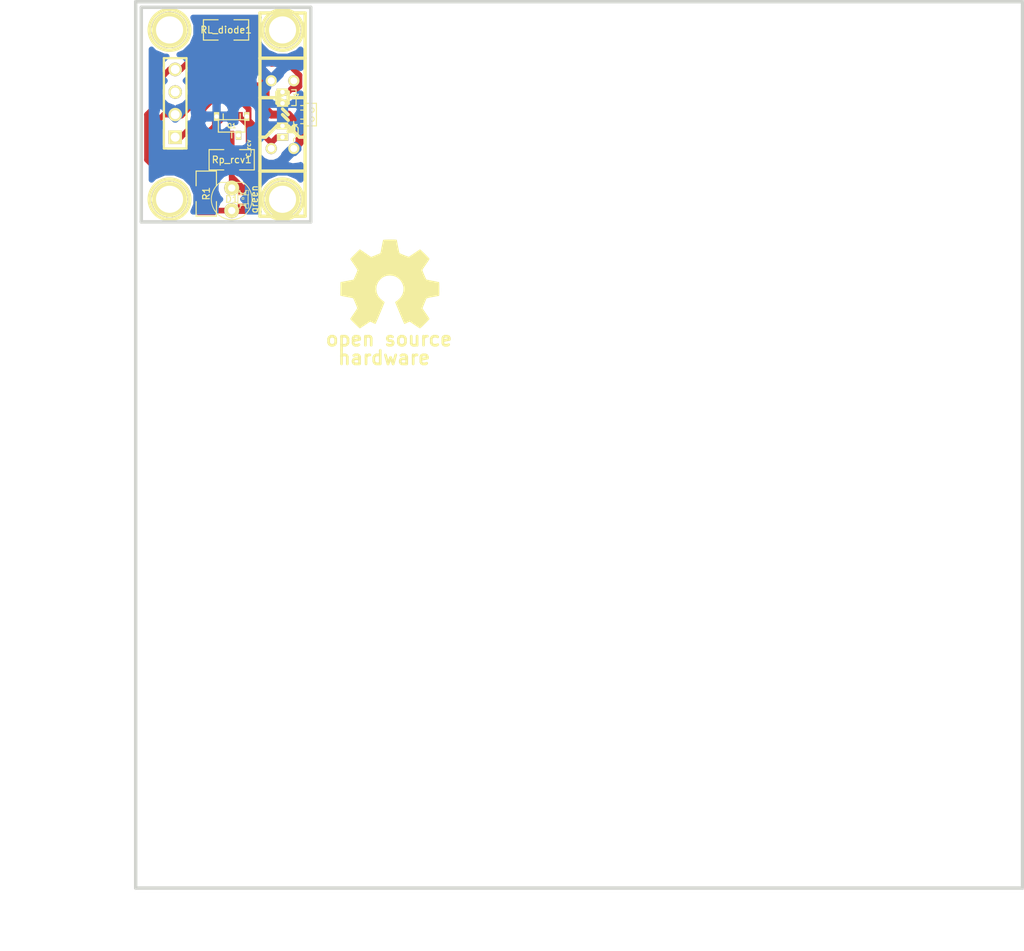
<source format=kicad_pcb>
(kicad_pcb (version 3) (host pcbnew "(2013-05-16 BZR 4016)-stable")

  (general
    (links 21)
    (no_connects 2)
    (area 56.388 53.436334 171.640501 163.2712)
    (thickness 1.6)
    (drawings 14)
    (tracks 92)
    (zones 0)
    (modules 13)
    (nets 7)
  )

  (page A4)
  (title_block 
    (title XpressoSmoothie)
  )

  (layers
    (15 F.Cu signal)
    (0 B.Cu signal)
    (16 B.Adhes user)
    (17 F.Adhes user)
    (18 B.Paste user)
    (19 F.Paste user)
    (20 B.SilkS user)
    (21 F.SilkS user)
    (22 B.Mask user)
    (23 F.Mask user)
    (24 Dwgs.User user)
    (25 Cmts.User user)
    (26 Eco1.User user)
    (27 Eco2.User user)
    (28 Edge.Cuts user)
  )

  (setup
    (last_trace_width 0.635)
    (user_trace_width 0.35)
    (user_trace_width 0.889)
    (user_trace_width 1.27)
    (user_trace_width 1.5)
    (user_trace_width 2)
    (user_trace_width 2.54)
    (user_trace_width 3)
    (user_trace_width 3.81)
    (trace_clearance 0.2)
    (zone_clearance 0.635)
    (zone_45_only yes)
    (trace_min 0.35)
    (segment_width 0.381)
    (edge_width 0.381)
    (via_size 1.27)
    (via_drill 0.635)
    (via_min_size 0.889)
    (via_min_drill 0.508)
    (uvia_size 0.635)
    (uvia_drill 0.127)
    (uvias_allowed no)
    (uvia_min_size 0.508)
    (uvia_min_drill 0.127)
    (pcb_text_width 0.3048)
    (pcb_text_size 1.524 2.032)
    (mod_edge_width 0.1)
    (mod_text_size 1.524 1.524)
    (mod_text_width 0.3048)
    (pad_size 0.59944 1.00076)
    (pad_drill 0.5)
    (pad_to_mask_clearance 0.254)
    (aux_axis_origin 0 0)
    (visible_elements 7FFFFB3F)
    (pcbplotparams
      (layerselection 15761409)
      (usegerberextensions true)
      (excludeedgelayer true)
      (linewidth 0.150000)
      (plotframeref false)
      (viasonmask false)
      (mode 1)
      (useauxorigin false)
      (hpglpennumber 1)
      (hpglpenspeed 20)
      (hpglpendiameter 15)
      (hpglpenoverlay 2)
      (psnegative false)
      (psa4output false)
      (plotreference true)
      (plotvalue true)
      (plotothertext true)
      (plotinvisibletext false)
      (padsonsilk false)
      (subtractmaskfromsilk false)
      (outputformat 1)
      (mirror false)
      (drillshape 0)
      (scaleselection 1)
      (outputdirectory ""))
  )

  (net 0 "")
  (net 1 3.3V)
  (net 2 GND)
  (net 3 N-000001)
  (net 4 N-000002)
  (net 5 N-000005)
  (net 6 Signal1)

  (net_class Default "This is the default net class."
    (clearance 0.2)
    (trace_width 0.635)
    (via_dia 1.27)
    (via_drill 0.635)
    (uvia_dia 0.635)
    (uvia_drill 0.127)
    (add_net "")
    (add_net 3.3V)
    (add_net GND)
    (add_net N-000001)
    (add_net N-000002)
    (add_net N-000005)
    (add_net Signal1)
  )

  (module 1pin (layer F.Cu) (tedit 519F9223) (tstamp 5197EC5A)
    (at 75.565 57.15 270)
    (descr "module 1 pin (ou trou mecanique de percage)")
    (tags DEV)
    (path /5197EDF9)
    (fp_text reference Hole1 (at 0 -3.048 360) (layer F.SilkS) hide
      (effects (font (size 1.016 1.016) (thickness 0.254)))
    )
    (fp_text value CONN_1 (at 0 2.794 270) (layer F.SilkS) hide
      (effects (font (size 1.016 1.016) (thickness 0.254)))
    )
    (fp_circle (center 0 0) (end 0 -2.286) (layer F.SilkS) (width 0.381))
    (pad 1 thru_hole circle (at 0 0 270) (size 4.064 4.064) (drill 3.048)
      (layers *.Cu *.Mask F.SilkS)
    )
  )

  (module 1pin (layer F.Cu) (tedit 519F9216) (tstamp 51AC7C50)
    (at 88.265 57.15 270)
    (descr "module 1 pin (ou trou mecanique de percage)")
    (tags DEV)
    (path /5197EE17)
    (fp_text reference Hole2 (at 0 -3.048 270) (layer F.SilkS) hide
      (effects (font (size 1.016 1.016) (thickness 0.254)))
    )
    (fp_text value CONN_1 (at 0 2.794 270) (layer F.SilkS) hide
      (effects (font (size 1.016 1.016) (thickness 0.254)))
    )
    (fp_circle (center 0 0) (end 0 -2.286) (layer F.SilkS) (width 0.381))
    (pad 1 thru_hole circle (at 0 0 270) (size 4.064 4.064) (drill 3.048)
      (layers *.Cu *.Mask F.SilkS)
    )
  )

  (module 1pin (layer F.Cu) (tedit 519F9209) (tstamp 5197EC66)
    (at 88.265 76.2 270)
    (descr "module 1 pin (ou trou mecanique de percage)")
    (tags DEV)
    (path /5197EE1D)
    (fp_text reference Hole3 (at 0 -3.048 270) (layer F.SilkS) hide
      (effects (font (size 1.016 1.016) (thickness 0.254)))
    )
    (fp_text value CONN_1 (at 0 2.794 270) (layer F.SilkS) hide
      (effects (font (size 1.016 1.016) (thickness 0.254)))
    )
    (fp_circle (center 0 0) (end 0 -2.286) (layer F.SilkS) (width 0.381))
    (pad 1 thru_hole circle (at 0 0 270) (size 4.064 4.064) (drill 3.048)
      (layers *.Cu *.Mask F.SilkS)
    )
  )

  (module 1pin (layer F.Cu) (tedit 519F922A) (tstamp 5197EC6C)
    (at 75.565 76.2 270)
    (descr "module 1 pin (ou trou mecanique de percage)")
    (tags DEV)
    (path /5197EE23)
    (fp_text reference Hole4 (at 0 -3.048 270) (layer F.SilkS) hide
      (effects (font (size 1.016 1.016) (thickness 0.254)))
    )
    (fp_text value CONN_1 (at 0 2.794 270) (layer F.SilkS) hide
      (effects (font (size 1.016 1.016) (thickness 0.254)))
    )
    (fp_circle (center 0 0) (end 0 -2.286) (layer F.SilkS) (width 0.381))
    (pad 1 thru_hole circle (at 0 0 270) (size 4.064 4.064) (drill 3.048)
      (layers *.Cu *.Mask F.SilkS)
    )
  )

  (module OSHW_logo_2 (layer F.Cu) (tedit 4FB9109F) (tstamp 51AD3EE4)
    (at 100.33 85.725)
    (path /519E49E2)
    (fp_text reference M2 (at 0 5.90296) (layer F.SilkS) hide
      (effects (font (size 0.508 0.508) (thickness 0.1016)))
    )
    (fp_text value LOGO_OSHW (at 0 -5.90296) (layer F.SilkS) hide
      (effects (font (size 0.508 0.508) (thickness 0.1016)))
    )
    (fp_text user hardware (at -0.64516 8.30072) (layer F.SilkS)
      (effects (font (size 1.524 1.524) (thickness 0.3048)))
    )
    (fp_text user "open source" (at -0.09906 6.20014) (layer F.SilkS)
      (effects (font (size 1.524 1.524) (thickness 0.3048)))
    )
    (fp_poly (pts (xy -3.37312 4.99872) (xy -3.3147 4.96824) (xy -3.18516 4.88696) (xy -2.99974 4.76504)
      (xy -2.77876 4.61772) (xy -2.55778 4.46786) (xy -2.37744 4.34594) (xy -2.25044 4.26466)
      (xy -2.1971 4.23672) (xy -2.16916 4.24688) (xy -2.06502 4.29768) (xy -1.91262 4.37642)
      (xy -1.82372 4.42214) (xy -1.68402 4.48056) (xy -1.61544 4.49326) (xy -1.60274 4.47548)
      (xy -1.55194 4.3688) (xy -1.4732 4.18592) (xy -1.36652 3.94462) (xy -1.24714 3.66268)
      (xy -1.1176 3.35788) (xy -0.98806 3.048) (xy -0.86614 2.75082) (xy -0.75692 2.48412)
      (xy -0.67056 2.26822) (xy -0.61214 2.11836) (xy -0.59182 2.05232) (xy -0.5969 2.03962)
      (xy -0.66802 1.97104) (xy -0.78994 1.8796) (xy -1.05156 1.66624) (xy -1.31318 1.34112)
      (xy -1.47066 0.97282) (xy -1.524 0.56388) (xy -1.47828 0.18288) (xy -1.32842 -0.18288)
      (xy -1.07442 -0.51054) (xy -0.76708 -0.75438) (xy -0.4064 -0.90932) (xy 0 -0.95758)
      (xy 0.38862 -0.9144) (xy 0.75946 -0.76708) (xy 1.08966 -0.51816) (xy 1.22682 -0.35814)
      (xy 1.41732 -0.0254) (xy 1.52654 0.3302) (xy 1.53924 0.42164) (xy 1.52146 0.8128)
      (xy 1.40716 1.18618) (xy 1.20142 1.52146) (xy 0.9144 1.79578) (xy 0.87884 1.82372)
      (xy 0.74422 1.92278) (xy 0.65532 1.99136) (xy 0.58674 2.04724) (xy 1.08458 3.24612)
      (xy 1.16332 3.43662) (xy 1.30048 3.76428) (xy 1.41986 4.04622) (xy 1.51638 4.26974)
      (xy 1.58242 4.4196) (xy 1.6129 4.48056) (xy 1.61544 4.4831) (xy 1.65862 4.49072)
      (xy 1.75006 4.4577) (xy 1.9177 4.37642) (xy 2.02946 4.32054) (xy 2.15646 4.25958)
      (xy 2.21234 4.23672) (xy 2.2606 4.26212) (xy 2.38252 4.34086) (xy 2.56032 4.46024)
      (xy 2.77622 4.60756) (xy 2.97942 4.74472) (xy 3.16738 4.86918) (xy 3.30454 4.95554)
      (xy 3.37058 4.9911) (xy 3.38074 4.9911) (xy 3.43916 4.95808) (xy 3.54584 4.86918)
      (xy 3.71094 4.71424) (xy 3.94208 4.48564) (xy 3.97764 4.45262) (xy 4.1656 4.25958)
      (xy 4.32054 4.09702) (xy 4.42468 3.98272) (xy 4.46024 3.92938) (xy 4.46024 3.92938)
      (xy 4.42722 3.86334) (xy 4.34086 3.72872) (xy 4.2164 3.53822) (xy 4.064 3.3147)
      (xy 3.66776 2.73812) (xy 3.8862 2.19456) (xy 3.95224 2.02946) (xy 4.0386 1.82626)
      (xy 4.1021 1.68148) (xy 4.13258 1.61798) (xy 4.19354 1.59766) (xy 4.34086 1.5621)
      (xy 4.55676 1.51638) (xy 4.81584 1.46812) (xy 5.05968 1.42494) (xy 5.28066 1.38176)
      (xy 5.44322 1.35128) (xy 5.51434 1.33604) (xy 5.53212 1.32588) (xy 5.54482 1.29286)
      (xy 5.55498 1.21666) (xy 5.56006 1.08204) (xy 5.5626 0.86868) (xy 5.5626 0.56388)
      (xy 5.5626 0.53086) (xy 5.56006 0.23622) (xy 5.55498 0.00508) (xy 5.54736 -0.14986)
      (xy 5.5372 -0.20828) (xy 5.5372 -0.21082) (xy 5.46862 -0.22606) (xy 5.31114 -0.25908)
      (xy 5.09016 -0.30226) (xy 4.826 -0.35306) (xy 4.80822 -0.3556) (xy 4.5466 -0.4064)
      (xy 4.32562 -0.45212) (xy 4.17068 -0.48768) (xy 4.10464 -0.508) (xy 4.09194 -0.52832)
      (xy 4.0386 -0.62992) (xy 3.9624 -0.79248) (xy 3.87604 -0.99314) (xy 3.78968 -1.19888)
      (xy 3.71602 -1.3843) (xy 3.66522 -1.524) (xy 3.64998 -1.5875) (xy 3.65252 -1.5875)
      (xy 3.69062 -1.651) (xy 3.78206 -1.78816) (xy 3.90906 -1.97866) (xy 4.064 -2.20218)
      (xy 4.07416 -2.21742) (xy 4.22656 -2.44094) (xy 4.34848 -2.6289) (xy 4.42976 -2.76352)
      (xy 4.46024 -2.82448) (xy 4.46024 -2.82702) (xy 4.40944 -2.89306) (xy 4.29768 -3.02006)
      (xy 4.13512 -3.19024) (xy 3.93954 -3.38582) (xy 3.87858 -3.44678) (xy 3.66268 -3.6576)
      (xy 3.51028 -3.7973) (xy 3.41884 -3.87096) (xy 3.37312 -3.8862) (xy 3.37058 -3.8862)
      (xy 3.30454 -3.84556) (xy 3.16484 -3.75412) (xy 2.97434 -3.62458) (xy 2.74828 -3.46964)
      (xy 2.73304 -3.45948) (xy 2.50952 -3.30962) (xy 2.3241 -3.18262) (xy 2.19202 -3.09626)
      (xy 2.13614 -3.0607) (xy 2.12598 -3.0607) (xy 2.03454 -3.08864) (xy 1.87706 -3.14452)
      (xy 1.68148 -3.21818) (xy 1.47574 -3.302) (xy 1.29032 -3.38074) (xy 1.14808 -3.44424)
      (xy 1.08204 -3.48234) (xy 1.08204 -3.48488) (xy 1.05664 -3.56362) (xy 1.01854 -3.73126)
      (xy 0.97282 -3.95986) (xy 0.91948 -4.23164) (xy 0.91186 -4.27736) (xy 0.86106 -4.54152)
      (xy 0.81788 -4.75996) (xy 0.7874 -4.91236) (xy 0.77216 -4.97332) (xy 0.73406 -4.98348)
      (xy 0.60452 -4.99364) (xy 0.4064 -4.99872) (xy 0.16764 -5.00126) (xy -0.08382 -4.99872)
      (xy -0.3302 -4.99364) (xy -0.54102 -4.98602) (xy -0.69088 -4.97586) (xy -0.75184 -4.96316)
      (xy -0.75438 -4.96062) (xy -0.77724 -4.8768) (xy -0.81534 -4.7117) (xy -0.86106 -4.48056)
      (xy -0.9144 -4.20624) (xy -0.92456 -4.15798) (xy -0.97282 -3.89382) (xy -1.01854 -3.67792)
      (xy -1.04902 -3.52806) (xy -1.0668 -3.46964) (xy -1.08966 -3.45694) (xy -1.19888 -3.40868)
      (xy -1.37668 -3.33502) (xy -1.59512 -3.24612) (xy -2.10566 -3.04038) (xy -2.7305 -3.46964)
      (xy -2.78892 -3.50774) (xy -3.01244 -3.66014) (xy -3.19786 -3.7846) (xy -3.32486 -3.86588)
      (xy -3.3782 -3.89636) (xy -3.38328 -3.89382) (xy -3.44424 -3.84048) (xy -3.5687 -3.72364)
      (xy -3.73888 -3.55854) (xy -3.93446 -3.36296) (xy -4.07924 -3.21818) (xy -4.25196 -3.04292)
      (xy -4.36118 -2.92608) (xy -4.4196 -2.84988) (xy -4.44246 -2.80416) (xy -4.43738 -2.77368)
      (xy -4.39674 -2.71018) (xy -4.3053 -2.57302) (xy -4.17576 -2.38252) (xy -4.02336 -2.16154)
      (xy -3.8989 -1.97866) (xy -3.76428 -1.76784) (xy -3.67538 -1.61798) (xy -3.6449 -1.54432)
      (xy -3.65252 -1.51384) (xy -3.6957 -1.39192) (xy -3.76936 -1.2065) (xy -3.86334 -0.98806)
      (xy -4.08178 -0.49276) (xy -4.40436 -0.42926) (xy -4.60248 -0.3937) (xy -4.8768 -0.34036)
      (xy -5.13842 -0.28956) (xy -5.5499 -0.21082) (xy -5.56514 1.29794) (xy -5.50164 1.32588)
      (xy -5.44068 1.34112) (xy -5.28828 1.37668) (xy -5.06984 1.41986) (xy -4.81584 1.46812)
      (xy -4.5974 1.50876) (xy -4.37642 1.5494) (xy -4.21894 1.57988) (xy -4.14782 1.59512)
      (xy -4.13004 1.61798) (xy -4.0767 1.72466) (xy -3.99796 1.89484) (xy -3.9116 2.09804)
      (xy -3.8227 2.30886) (xy -3.7465 2.50444) (xy -3.69062 2.65176) (xy -3.6703 2.7305)
      (xy -3.70078 2.78638) (xy -3.7846 2.91592) (xy -3.90652 3.10134) (xy -4.05384 3.31978)
      (xy -4.2037 3.53822) (xy -4.3307 3.72364) (xy -4.41706 3.85826) (xy -4.45516 3.91922)
      (xy -4.43738 3.9624) (xy -4.34848 4.06654) (xy -4.18338 4.23926) (xy -3.93954 4.48056)
      (xy -3.8989 4.51866) (xy -3.70332 4.70662) (xy -3.53822 4.85902) (xy -3.42392 4.96062)
      (xy -3.37312 4.99872)) (layer F.SilkS) (width 0.00254))
  )

  (module TCST1103-2103 (layer F.Cu) (tedit 51AD151E) (tstamp 51AC7C7D)
    (at 88.265 66.675 270)
    (descr Optoendstops)
    (path /51AC7546)
    (fp_text reference IC1 (at 0 -5.08 270) (layer F.SilkS) hide
      (effects (font (size 1.524 1.524) (thickness 0.3048)))
    )
    (fp_text value TCST1103 (at 0 6.35 270) (layer F.SilkS) hide
      (effects (font (size 1.524 1.524) (thickness 0.3048)))
    )
    (fp_line (start 2.54 -1.905) (end 2.54 -2.54) (layer F.SilkS) (width 0.381))
    (fp_line (start 1.905 -1.27) (end 1.27 -1.27) (layer F.SilkS) (width 0.381))
    (fp_line (start 1.27 -1.27) (end 1.905 -0.635) (layer F.SilkS) (width 0.381))
    (fp_line (start 1.905 -0.635) (end 1.905 -1.27) (layer F.SilkS) (width 0.381))
    (fp_line (start 0 0) (end 0.635 -0.635) (layer F.SilkS) (width 0.381))
    (fp_line (start -0.635 0) (end 0 -0.635) (layer F.SilkS) (width 0.381))
    (fp_line (start -2.54 0.635) (end -1.27 0.635) (layer F.SilkS) (width 0.381))
    (fp_line (start -1.905 -2.54) (end -1.905 -1.27) (layer F.SilkS) (width 0.381))
    (fp_line (start -1.905 -1.27) (end -1.905 -0.635) (layer F.SilkS) (width 0.381))
    (fp_line (start -1.905 -0.635) (end -2.54 -0.635) (layer F.SilkS) (width 0.381))
    (fp_line (start -2.54 -0.635) (end -1.27 -0.635) (layer F.SilkS) (width 0.381))
    (fp_line (start -1.27 -0.635) (end -1.905 0.635) (layer F.SilkS) (width 0.381))
    (fp_line (start -1.905 0.635) (end -2.54 -0.635) (layer F.SilkS) (width 0.381))
    (fp_line (start -2.54 -0.635) (end -1.905 0.635) (layer F.SilkS) (width 0.381))
    (fp_line (start -1.905 0.635) (end -1.905 2.54) (layer F.SilkS) (width 0.381))
    (fp_line (start 2.54 2.54) (end 2.54 1.905) (layer F.SilkS) (width 0.381))
    (fp_line (start 2.54 1.905) (end 1.905 1.27) (layer F.SilkS) (width 0.381))
    (fp_line (start 1.905 1.27) (end 1.27 0.635) (layer F.SilkS) (width 0.381))
    (fp_line (start 1.27 0.635) (end 1.27 -0.635) (layer F.SilkS) (width 0.381))
    (fp_line (start 1.27 -0.635) (end 2.54 -1.905) (layer F.SilkS) (width 0.381))
    (fp_line (start 6.35 -2.54) (end 11.43 -2.54) (layer F.SilkS) (width 0.381))
    (fp_line (start 11.43 -2.54) (end 11.43 2.54) (layer F.SilkS) (width 0.381))
    (fp_line (start 11.43 2.54) (end 6.35 2.54) (layer F.SilkS) (width 0.381))
    (fp_line (start -11.43 -2.54) (end -6.35 -2.54) (layer F.SilkS) (width 0.381))
    (fp_line (start -11.43 -2.54) (end -11.43 2.54) (layer F.SilkS) (width 0.381))
    (fp_line (start -11.43 2.54) (end -6.35 2.54) (layer F.SilkS) (width 0.381))
    (fp_circle (center -9.525 0) (end -9.525 1.27) (layer F.SilkS) (width 0.381))
    (fp_circle (center 9.525 0) (end 9.525 1.27) (layer F.SilkS) (width 0.381))
    (fp_line (start -6.35 -2.54) (end 6.35 -2.54) (layer F.SilkS) (width 0.381))
    (fp_line (start 6.35 -2.54) (end 6.35 2.54) (layer F.SilkS) (width 0.381))
    (fp_line (start 6.35 2.54) (end -6.35 2.54) (layer F.SilkS) (width 0.381))
    (fp_line (start -6.35 2.54) (end -6.35 -2.54) (layer F.SilkS) (width 0.381))
    (fp_text user A-diode (at -3.81 -3.81 270) (layer F.SilkS) hide
      (effects (font (size 0.50038 0.50038) (thickness 0.09906)))
    )
    (fp_text user K_diode (at -3.81 3.81 270) (layer F.SilkS) hide
      (effects (font (size 0.50038 0.50038) (thickness 0.09906)))
    )
    (fp_text user E_rcv (at 3.81 -3.81 270) (layer F.SilkS) hide
      (effects (font (size 0.50038 0.50038) (thickness 0.09906)))
    )
    (fp_text user C_rcv (at 3.81 3.81 270) (layer F.SilkS)
      (effects (font (size 0.50038 0.50038) (thickness 0.09906)))
    )
    (pad E/D thru_hole circle (at 3.81 -1.27 270) (size 1.27 1.27) (drill 0.8)
      (layers *.Cu *.Mask F.SilkS)
      (net 2 GND)
    )
    (pad C/+ thru_hole circle (at 3.81 1.27 270) (size 1.27 1.27) (drill 0.8)
      (layers *.Cu *.Mask F.SilkS)
      (net 6 Signal1)
    )
    (pad K/E thru_hole circle (at -3.81 1.27 270) (size 1.27 1.27) (drill 0.8)
      (layers *.Cu *.Mask F.SilkS)
      (net 2 GND)
    )
    (pad A/+ thru_hole circle (at -3.81 -1.27 270) (size 1.27 1.27) (drill 0.8)
      (layers *.Cu *.Mask F.SilkS)
      (net 5 N-000005)
    )
  )

  (module PIN_ARRAY_4x1 (layer F.Cu) (tedit 51AD35E6) (tstamp 51AD3D8B)
    (at 76.2 65.405 90)
    (descr "Double rangee de contacts 2 x 5 pins")
    (tags CONN)
    (path /51A99107)
    (fp_text reference J1 (at 0 -2.54 90) (layer F.SilkS) hide
      (effects (font (size 1.016 1.016) (thickness 0.2032)))
    )
    (fp_text value HEADER_4 (at 0 2.54 90) (layer F.SilkS) hide
      (effects (font (size 1.016 1.016) (thickness 0.2032)))
    )
    (fp_line (start 5.08 1.27) (end -5.08 1.27) (layer F.SilkS) (width 0.254))
    (fp_line (start 5.08 -1.27) (end -5.08 -1.27) (layer F.SilkS) (width 0.254))
    (fp_line (start -5.08 -1.27) (end -5.08 1.27) (layer F.SilkS) (width 0.254))
    (fp_line (start 5.08 1.27) (end 5.08 -1.27) (layer F.SilkS) (width 0.254))
    (pad 1 thru_hole rect (at -3.81 0 90) (size 1.524 1.524) (drill 1.016)
      (layers *.Cu *.Mask F.SilkS)
      (net 6 Signal1)
    )
    (pad 2 thru_hole circle (at -1.27 0 90) (size 1.524 1.524) (drill 1.016)
      (layers *.Cu *.Mask F.SilkS)
      (net 2 GND)
    )
    (pad 3 thru_hole circle (at 1.27 0 90) (size 1.524 1.524) (drill 1.016)
      (layers *.Cu *.Mask F.SilkS)
    )
    (pad 4 thru_hole circle (at 3.81 0 90) (size 1.524 1.524) (drill 1.016)
      (layers *.Cu *.Mask F.SilkS)
      (net 1 3.3V)
    )
    (model pin_array\pins_array_4x1.wrl
      (at (xyz 0 0 0))
      (scale (xyz 1 1 1))
      (rotate (xyz 0 0 0))
    )
  )

  (module SM1206 (layer F.Cu) (tedit 42806E24) (tstamp 51AC7B85)
    (at 81.915 57.15 180)
    (path /51A99778)
    (attr smd)
    (fp_text reference RL_diode1 (at 0 0 180) (layer F.SilkS)
      (effects (font (size 0.762 0.762) (thickness 0.127)))
    )
    (fp_text value 68 (at 0 0 180) (layer F.SilkS) hide
      (effects (font (size 0.762 0.762) (thickness 0.127)))
    )
    (fp_line (start -2.54 -1.143) (end -2.54 1.143) (layer F.SilkS) (width 0.127))
    (fp_line (start -2.54 1.143) (end -0.889 1.143) (layer F.SilkS) (width 0.127))
    (fp_line (start 0.889 -1.143) (end 2.54 -1.143) (layer F.SilkS) (width 0.127))
    (fp_line (start 2.54 -1.143) (end 2.54 1.143) (layer F.SilkS) (width 0.127))
    (fp_line (start 2.54 1.143) (end 0.889 1.143) (layer F.SilkS) (width 0.127))
    (fp_line (start -0.889 -1.143) (end -2.54 -1.143) (layer F.SilkS) (width 0.127))
    (pad 1 smd rect (at -1.651 0 180) (size 1.524 2.032)
      (layers F.Cu F.Paste F.Mask)
      (net 5 N-000005)
    )
    (pad 2 smd rect (at 1.651 0 180) (size 1.524 2.032)
      (layers F.Cu F.Paste F.Mask)
      (net 1 3.3V)
    )
    (model smd/chip_cms.wrl
      (at (xyz 0 0 0))
      (scale (xyz 0.17 0.16 0.16))
      (rotate (xyz 0 0 0))
    )
  )

  (module SM1206 (layer F.Cu) (tedit 42806E24) (tstamp 51AC7B92)
    (at 82.55 71.755)
    (path /51A99788)
    (attr smd)
    (fp_text reference Rp_rcv1 (at 0 0) (layer F.SilkS)
      (effects (font (size 0.762 0.762) (thickness 0.127)))
    )
    (fp_text value 1k5 (at 0 0) (layer F.SilkS) hide
      (effects (font (size 0.762 0.762) (thickness 0.127)))
    )
    (fp_line (start -2.54 -1.143) (end -2.54 1.143) (layer F.SilkS) (width 0.127))
    (fp_line (start -2.54 1.143) (end -0.889 1.143) (layer F.SilkS) (width 0.127))
    (fp_line (start 0.889 -1.143) (end 2.54 -1.143) (layer F.SilkS) (width 0.127))
    (fp_line (start 2.54 -1.143) (end 2.54 1.143) (layer F.SilkS) (width 0.127))
    (fp_line (start 2.54 1.143) (end 0.889 1.143) (layer F.SilkS) (width 0.127))
    (fp_line (start -0.889 -1.143) (end -2.54 -1.143) (layer F.SilkS) (width 0.127))
    (pad 1 smd rect (at -1.651 0) (size 1.524 2.032)
      (layers F.Cu F.Paste F.Mask)
      (net 1 3.3V)
    )
    (pad 2 smd rect (at 1.651 0) (size 1.524 2.032)
      (layers F.Cu F.Paste F.Mask)
      (net 6 Signal1)
    )
    (model smd/chip_cms.wrl
      (at (xyz 0 0 0))
      (scale (xyz 0.17 0.16 0.16))
      (rotate (xyz 0 0 0))
    )
  )

  (module SM1206 (layer F.Cu) (tedit 42806E24) (tstamp 51AC7B9F)
    (at 79.6925 75.565 90)
    (path /51A9CCEC)
    (attr smd)
    (fp_text reference R1 (at 0 0 90) (layer F.SilkS)
      (effects (font (size 0.762 0.762) (thickness 0.127)))
    )
    (fp_text value 150 (at 0 0 90) (layer F.SilkS) hide
      (effects (font (size 0.762 0.762) (thickness 0.127)))
    )
    (fp_line (start -2.54 -1.143) (end -2.54 1.143) (layer F.SilkS) (width 0.127))
    (fp_line (start -2.54 1.143) (end -0.889 1.143) (layer F.SilkS) (width 0.127))
    (fp_line (start 0.889 -1.143) (end 2.54 -1.143) (layer F.SilkS) (width 0.127))
    (fp_line (start 2.54 -1.143) (end 2.54 1.143) (layer F.SilkS) (width 0.127))
    (fp_line (start 2.54 1.143) (end 0.889 1.143) (layer F.SilkS) (width 0.127))
    (fp_line (start -0.889 -1.143) (end -2.54 -1.143) (layer F.SilkS) (width 0.127))
    (pad 1 smd rect (at -1.651 0 90) (size 1.524 2.032)
      (layers F.Cu F.Paste F.Mask)
      (net 3 N-000001)
    )
    (pad 2 smd rect (at 1.651 0 90) (size 1.524 2.032)
      (layers F.Cu F.Paste F.Mask)
      (net 1 3.3V)
    )
    (model smd/chip_cms.wrl
      (at (xyz 0 0 0))
      (scale (xyz 0.17 0.16 0.16))
      (rotate (xyz 0 0 0))
    )
  )

  (module TCRT1000 (layer F.Cu) (tedit 51AD1536) (tstamp 51AC920B)
    (at 88.265 66.675 270)
    (descr Optoendstops)
    (path /51AC90A6)
    (fp_text reference IC11 (at 0 -3.81 270) (layer F.SilkS) hide
      (effects (font (size 1.524 1.524) (thickness 0.3048)))
    )
    (fp_text value TCST1103 (at 0 3.81 270) (layer F.SilkS) hide
      (effects (font (size 1.524 1.524) (thickness 0.3048)))
    )
    (fp_circle (center 0.508 -3.302) (end 0.508 -3.048) (layer F.SilkS) (width 0.127))
    (fp_circle (center -0.508 -3.302) (end -0.508 -3.048) (layer F.SilkS) (width 0.127))
    (fp_line (start 0.508 -2.54) (end 0.508 -2.032) (layer F.SilkS) (width 0.127))
    (fp_line (start 1.016 -2.54) (end 1.016 -2.032) (layer F.SilkS) (width 0.127))
    (fp_line (start -0.508 -2.54) (end -0.508 -2.032) (layer F.SilkS) (width 0.127))
    (fp_line (start -1.016 -2.54) (end -1.016 -2.032) (layer F.SilkS) (width 0.127))
    (fp_line (start -1.27 -2.54) (end -1.27 -3.81) (layer F.SilkS) (width 0.127))
    (fp_line (start -1.27 -3.81) (end 1.27 -3.81) (layer F.SilkS) (width 0.127))
    (fp_line (start 1.27 -3.81) (end 1.27 -2.54) (layer F.SilkS) (width 0.127))
    (fp_line (start 1.27 -2.54) (end -1.27 -2.54) (layer F.SilkS) (width 0.127))
    (fp_line (start 1.125 -1.625) (end 1.375 -1.375) (layer F.SilkS) (width 0.127))
    (fp_line (start 1.375 -1.375) (end 1.125 -1.375) (layer F.SilkS) (width 0.127))
    (fp_line (start 1.125 -1.375) (end 1.125 -1.625) (layer F.SilkS) (width 0.127))
    (fp_line (start 2.75 -1.25) (end 3 -1.25) (layer F.SilkS) (width 0.127))
    (fp_line (start 1 -1.25) (end 0.75 -1.25) (layer F.SilkS) (width 0.127))
    (fp_line (start 2.75 -1.25) (end 2.25 -1.75) (layer F.SilkS) (width 0.127))
    (fp_line (start 2.25 -1.75) (end 1.5 -1.75) (layer F.SilkS) (width 0.127))
    (fp_line (start 1.5 -1.75) (end 1 -1.25) (layer F.SilkS) (width 0.127))
    (fp_line (start -1.778 -1.524) (end -1.016 -1.524) (layer F.SilkS) (width 0.127))
    (fp_line (start -1.016 -1.524) (end -1.016 -1.016) (layer F.SilkS) (width 0.127))
    (fp_line (start -1.778 -1.778) (end -1.778 -1.27) (layer F.SilkS) (width 0.127))
    (fp_line (start -2.794 -1.016) (end -2.794 -1.524) (layer F.SilkS) (width 0.127))
    (fp_line (start -2.794 -1.524) (end -2.286 -1.524) (layer F.SilkS) (width 0.127))
    (fp_line (start -2.286 -1.524) (end -2.286 -1.778) (layer F.SilkS) (width 0.127))
    (fp_line (start -2.286 -1.778) (end -1.778 -1.524) (layer F.SilkS) (width 0.127))
    (fp_line (start -1.778 -1.524) (end -2.286 -1.27) (layer F.SilkS) (width 0.127))
    (fp_line (start -2.286 -1.27) (end -2.286 -1.524) (layer F.SilkS) (width 0.127))
    (fp_text user A (at -2.54 1.27 270) (layer F.SilkS) hide
      (effects (font (size 0.50038 0.50038) (thickness 0.09906)))
    )
    (fp_text user K (at -1.27 1.27 270) (layer F.SilkS) hide
      (effects (font (size 0.50038 0.50038) (thickness 0.09906)))
    )
    (fp_text user E (at 1.27 1.27 270) (layer F.SilkS) hide
      (effects (font (size 0.50038 0.50038) (thickness 0.09906)))
    )
    (fp_text user C (at 2.54 1.27 270) (layer F.SilkS) hide
      (effects (font (size 0.50038 0.50038) (thickness 0.09906)))
    )
    (pad E/D thru_hole rect (at 1.27 0 270) (size 0.8 1.27) (drill 0.5)
      (layers *.Cu *.Mask F.SilkS)
      (net 2 GND)
    )
    (pad C/+ thru_hole rect (at 2.54 0 270) (size 0.8 1.27) (drill 0.5)
      (layers *.Cu *.Mask F.SilkS)
      (net 6 Signal1)
    )
    (pad K/E thru_hole rect (at -1.27 0 270) (size 0.8 1.27) (drill 0.5)
      (layers *.Cu *.Mask F.SilkS)
      (net 2 GND)
    )
    (pad A/+ thru_hole rect (at -2.54 0 270) (size 0.8 1.27) (drill 0.5)
      (layers *.Cu *.Mask F.SilkS)
      (net 5 N-000005)
    )
  )

  (module LED-0805-3MM (layer F.Cu) (tedit 51ACD17E) (tstamp 51AC7C0B)
    (at 83.82 76.2 90)
    (descr "LED 0805 smd package")
    (tags "LED 0805 SMD")
    (path /51A9CD0F)
    (attr smd)
    (fp_text reference D1 (at 0 -1.27 180) (layer F.SilkS)
      (effects (font (size 0.762 0.762) (thickness 0.127)))
    )
    (fp_text value green (at 0 1.27 90) (layer F.SilkS)
      (effects (font (size 0.762 0.762) (thickness 0.127)))
    )
    (fp_arc (start 0 -1.27) (end -1.27 0.635) (angle 90) (layer F.SilkS) (width 0.1))
    (fp_arc (start 0 -1.27) (end -1.905 0) (angle 90) (layer F.SilkS) (width 0.1))
    (fp_arc (start 0 -1.27) (end -1.27 -3.175) (angle 90) (layer F.SilkS) (width 0.1))
    (fp_arc (start 0 -1.27) (end 1.905 0) (angle 90) (layer F.SilkS) (width 0.1))
    (fp_line (start 1.905 -2.54) (end 1.905 0) (layer F.SilkS) (width 0.1))
    (fp_line (start 0.49784 0.29972) (end 0.49784 0.62484) (layer F.SilkS) (width 0.06604))
    (fp_line (start 0.49784 0.62484) (end 0.99822 0.62484) (layer F.SilkS) (width 0.06604))
    (fp_line (start 0.99822 0.29972) (end 0.99822 0.62484) (layer F.SilkS) (width 0.06604))
    (fp_line (start 0.49784 0.29972) (end 0.99822 0.29972) (layer F.SilkS) (width 0.06604))
    (fp_line (start 0.49784 -0.32258) (end 0.49784 -0.17272) (layer F.SilkS) (width 0.06604))
    (fp_line (start 0.49784 -0.17272) (end 0.7493 -0.17272) (layer F.SilkS) (width 0.06604))
    (fp_line (start 0.7493 -0.32258) (end 0.7493 -0.17272) (layer F.SilkS) (width 0.06604))
    (fp_line (start 0.49784 -0.32258) (end 0.7493 -0.32258) (layer F.SilkS) (width 0.06604))
    (fp_line (start 0.49784 0.17272) (end 0.49784 0.32258) (layer F.SilkS) (width 0.06604))
    (fp_line (start 0.49784 0.32258) (end 0.7493 0.32258) (layer F.SilkS) (width 0.06604))
    (fp_line (start 0.7493 0.17272) (end 0.7493 0.32258) (layer F.SilkS) (width 0.06604))
    (fp_line (start 0.49784 0.17272) (end 0.7493 0.17272) (layer F.SilkS) (width 0.06604))
    (fp_line (start 0.49784 -0.19812) (end 0.49784 0.19812) (layer F.SilkS) (width 0.06604))
    (fp_line (start 0.49784 0.19812) (end 0.6731 0.19812) (layer F.SilkS) (width 0.06604))
    (fp_line (start 0.6731 -0.19812) (end 0.6731 0.19812) (layer F.SilkS) (width 0.06604))
    (fp_line (start 0.49784 -0.19812) (end 0.6731 -0.19812) (layer F.SilkS) (width 0.06604))
    (fp_line (start -0.99822 0.29972) (end -0.99822 0.62484) (layer F.SilkS) (width 0.06604))
    (fp_line (start -0.99822 0.62484) (end -0.49784 0.62484) (layer F.SilkS) (width 0.06604))
    (fp_line (start -0.49784 0.29972) (end -0.49784 0.62484) (layer F.SilkS) (width 0.06604))
    (fp_line (start -0.99822 0.29972) (end -0.49784 0.29972) (layer F.SilkS) (width 0.06604))
    (fp_line (start -0.99822 -0.62484) (end -0.99822 -0.29972) (layer F.SilkS) (width 0.06604))
    (fp_line (start -0.99822 -0.29972) (end -0.49784 -0.29972) (layer F.SilkS) (width 0.06604))
    (fp_line (start -0.49784 -0.62484) (end -0.49784 -0.29972) (layer F.SilkS) (width 0.06604))
    (fp_line (start -0.99822 -0.62484) (end -0.49784 -0.62484) (layer F.SilkS) (width 0.06604))
    (fp_line (start -0.7493 0.17272) (end -0.7493 0.32258) (layer F.SilkS) (width 0.06604))
    (fp_line (start -0.7493 0.32258) (end -0.49784 0.32258) (layer F.SilkS) (width 0.06604))
    (fp_line (start -0.49784 0.17272) (end -0.49784 0.32258) (layer F.SilkS) (width 0.06604))
    (fp_line (start -0.7493 0.17272) (end -0.49784 0.17272) (layer F.SilkS) (width 0.06604))
    (fp_line (start -0.7493 -0.32258) (end -0.7493 -0.17272) (layer F.SilkS) (width 0.06604))
    (fp_line (start -0.7493 -0.17272) (end -0.49784 -0.17272) (layer F.SilkS) (width 0.06604))
    (fp_line (start -0.49784 -0.32258) (end -0.49784 -0.17272) (layer F.SilkS) (width 0.06604))
    (fp_line (start -0.7493 -0.32258) (end -0.49784 -0.32258) (layer F.SilkS) (width 0.06604))
    (fp_line (start -0.6731 -0.19812) (end -0.6731 0.19812) (layer F.SilkS) (width 0.06604))
    (fp_line (start -0.6731 0.19812) (end -0.49784 0.19812) (layer F.SilkS) (width 0.06604))
    (fp_line (start -0.49784 -0.19812) (end -0.49784 0.19812) (layer F.SilkS) (width 0.06604))
    (fp_line (start -0.6731 -0.19812) (end -0.49784 -0.19812) (layer F.SilkS) (width 0.06604))
    (fp_line (start 0 -0.09906) (end 0 0.09906) (layer F.SilkS) (width 0.06604))
    (fp_line (start 0 0.09906) (end 0.19812 0.09906) (layer F.SilkS) (width 0.06604))
    (fp_line (start 0.19812 -0.09906) (end 0.19812 0.09906) (layer F.SilkS) (width 0.06604))
    (fp_line (start 0 -0.09906) (end 0.19812 -0.09906) (layer F.SilkS) (width 0.06604))
    (fp_line (start 0.49784 -0.59944) (end 0.49784 -0.29972) (layer F.SilkS) (width 0.06604))
    (fp_line (start 0.49784 -0.29972) (end 0.79756 -0.29972) (layer F.SilkS) (width 0.06604))
    (fp_line (start 0.79756 -0.59944) (end 0.79756 -0.29972) (layer F.SilkS) (width 0.06604))
    (fp_line (start 0.49784 -0.59944) (end 0.79756 -0.59944) (layer F.SilkS) (width 0.06604))
    (fp_line (start 0.92456 -0.62484) (end 0.92456 -0.39878) (layer F.SilkS) (width 0.06604))
    (fp_line (start 0.92456 -0.39878) (end 0.99822 -0.39878) (layer F.SilkS) (width 0.06604))
    (fp_line (start 0.99822 -0.62484) (end 0.99822 -0.39878) (layer F.SilkS) (width 0.06604))
    (fp_line (start 0.92456 -0.62484) (end 0.99822 -0.62484) (layer F.SilkS) (width 0.06604))
    (fp_line (start 0.52324 0.57404) (end -0.52324 0.57404) (layer F.SilkS) (width 0.1016))
    (fp_line (start -0.49784 -0.57404) (end 0.92456 -0.57404) (layer F.SilkS) (width 0.1016))
    (fp_circle (center 0.84836 -0.44958) (end 0.89916 -0.50038) (layer F.SilkS) (width 0.0508))
    (fp_arc (start 0.99822 0) (end 0.99822 0.34798) (angle 180) (layer F.SilkS) (width 0.1016))
    (fp_arc (start -0.99822 0) (end -0.99822 -0.34798) (angle 180) (layer F.SilkS) (width 0.1016))
    (pad 1 smd rect (at -1.04902 0 90) (size 1.19888 1.19888)
      (layers F.Cu F.Paste F.Mask)
      (net 3 N-000001)
    )
    (pad 2 smd rect (at 1.04902 0 90) (size 1.19888 1.19888)
      (layers F.Cu F.Paste F.Mask)
      (net 4 N-000002)
    )
    (pad 1 thru_hole circle (at -1.27 -1.27 90) (size 1.6764 1.6764) (drill 0.8128)
      (layers *.Cu *.Mask F.SilkS)
      (net 3 N-000001)
    )
    (pad 2 thru_hole circle (at 1.27 -1.27 90) (size 1.6764 1.6764) (drill 0.8128)
      (layers *.Cu *.Mask F.SilkS)
      (net 4 N-000002)
    )
  )

  (module sot23-to92 (layer F.Cu) (tedit 51ACB4EB) (tstamp 51ACBBAE)
    (at 82.55 67.945 180)
    (descr SOT23)
    (path /51A9CABC)
    (attr smd)
    (fp_text reference Q1 (at 0 0 180) (layer F.SilkS)
      (effects (font (size 0.50038 0.50038) (thickness 0.09906)))
    )
    (fp_text value BS108D (at 0 0.09906 180) (layer F.SilkS) hide
      (effects (font (size 0.50038 0.50038) (thickness 0.09906)))
    )
    (fp_line (start 0.9525 0.6985) (end 0.9525 1.3589) (layer F.SilkS) (width 0.127))
    (fp_line (start -0.9525 0.6985) (end -0.9525 1.3589) (layer F.SilkS) (width 0.127))
    (fp_line (start 0 -0.6985) (end 0 -1.3589) (layer F.SilkS) (width 0.127))
    (fp_line (start -1.4986 -0.6985) (end 1.4986 -0.6985) (layer F.SilkS) (width 0.127))
    (fp_line (start 1.4986 -0.6985) (end 1.4986 0.6985) (layer F.SilkS) (width 0.127))
    (fp_line (start 1.4986 0.6985) (end -1.4986 0.6985) (layer F.SilkS) (width 0.127))
    (fp_line (start -1.4986 0.6985) (end -1.4986 -0.6985) (layer F.SilkS) (width 0.127))
    (pad G smd rect (at -0.9525 1.05664 180) (size 0.59944 1.00076)
      (layers F.Cu F.Paste F.Mask)
      (net 6 Signal1)
    )
    (pad D smd rect (at 0 -1.05664 180) (size 0.59944 1.00076)
      (layers F.Cu F.Paste F.Mask)
      (net 4 N-000002)
    )
    (pad S smd rect (at 0.9525 1.05664 180) (size 0.59944 1.00076)
      (layers F.Cu F.Paste F.Mask)
      (net 2 GND)
    )
    (pad D thru_hole rect (at -0.762 -1.05664 180) (size 0.59944 1.00076) (drill 0.5)
      (layers *.Cu *.Mask F.SilkS)
      (net 4 N-000002)
    )
    (pad G thru_hole rect (at -1.7 1.05664 180) (size 0.59944 1.00076) (drill 0.5)
      (layers *.Cu *.Mask F.SilkS)
      (net 6 Signal1)
    )
    (pad S thru_hole rect (at 1.7 1.05664 180) (size 0.59944 1.00076) (drill 0.5)
      (layers *.Cu *.Mask F.SilkS)
      (net 2 GND)
    )
    (model smd/smd_transistors/sot23.wrl
      (at (xyz 0 0 0))
      (scale (xyz 1 1 1))
      (rotate (xyz 0 0 0))
    )
  )

  (gr_text x5 (at 116.205 64.77) (layer Cmts.User)
    (effects (font (size 2.032 1.524) (thickness 0.3048)))
  )
  (gr_text x4 (at 81.915 105.41) (layer Cmts.User)
    (effects (font (size 2.032 1.524) (thickness 0.3048)))
  )
  (dimension 24.13 (width 0.3048) (layer Cmts.User)
    (gr_text "24.130 mm" (at 96.240599 66.675 270) (layer Cmts.User)
      (effects (font (size 2.032 1.524) (thickness 0.3048)))
    )
    (feature1 (pts (xy 91.44 78.74) (xy 97.866199 78.74)))
    (feature2 (pts (xy 91.44 54.61) (xy 97.866199 54.61)))
    (crossbar (pts (xy 94.614999 54.61) (xy 94.614999 78.74)))
    (arrow1a (pts (xy 94.614999 78.74) (xy 94.028579 77.613497)))
    (arrow1b (pts (xy 94.614999 78.74) (xy 95.201419 77.613497)))
    (arrow2a (pts (xy 94.614999 54.61) (xy 94.028579 55.736503)))
    (arrow2b (pts (xy 94.614999 54.61) (xy 95.201419 55.736503)))
  )
  (dimension 19.05 (width 0.3048) (layer Cmts.User)
    (gr_text "19.050 mm" (at 81.915 82.905599) (layer Cmts.User)
      (effects (font (size 2.032 1.524) (thickness 0.3048)))
    )
    (feature1 (pts (xy 91.44 78.74) (xy 91.44 84.531199)))
    (feature2 (pts (xy 72.39 78.74) (xy 72.39 84.531199)))
    (crossbar (pts (xy 72.39 81.279999) (xy 91.44 81.279999)))
    (arrow1a (pts (xy 91.44 81.279999) (xy 90.313497 81.866419)))
    (arrow1b (pts (xy 91.44 81.279999) (xy 90.313497 80.693579)))
    (arrow2a (pts (xy 72.39 81.279999) (xy 73.516503 81.866419)))
    (arrow2b (pts (xy 72.39 81.279999) (xy 73.516503 80.693579)))
  )
  (gr_line (start 91.44 54.61) (end 72.39 54.61) (angle 90) (layer Edge.Cuts) (width 0.381))
  (gr_line (start 91.44 78.74) (end 91.44 54.61) (angle 90) (layer Edge.Cuts) (width 0.381))
  (gr_line (start 71.755 53.975) (end 71.755 153.67) (angle 90) (layer Edge.Cuts) (width 0.381))
  (gr_line (start 71.755 53.975) (end 171.45 53.975) (angle 90) (layer Edge.Cuts) (width 0.381))
  (gr_line (start 72.39 78.74) (end 91.44 78.74) (angle 90) (layer Edge.Cuts) (width 0.381))
  (gr_line (start 72.39 54.61) (end 72.39 78.74) (angle 90) (layer Edge.Cuts) (width 0.381))
  (gr_line (start 171.45 153.67) (end 171.45 53.975) (angle 90) (layer Edge.Cuts) (width 0.381))
  (gr_line (start 71.755 153.67) (end 171.45 153.67) (angle 90) (layer Edge.Cuts) (width 0.381))
  (dimension 99.695 (width 0.3048) (layer Cmts.User)
    (gr_text "99.695 mm" (at 121.6025 161.645599) (layer Cmts.User)
      (effects (font (size 2.032 1.524) (thickness 0.3048)))
    )
    (feature1 (pts (xy 171.45 153.67) (xy 171.45 163.271199)))
    (feature2 (pts (xy 71.755 153.67) (xy 71.755 163.271199)))
    (crossbar (pts (xy 71.755 160.019999) (xy 171.45 160.019999)))
    (arrow1a (pts (xy 171.45 160.019999) (xy 170.323497 160.606419)))
    (arrow1b (pts (xy 171.45 160.019999) (xy 170.323497 159.433579)))
    (arrow2a (pts (xy 71.755 160.019999) (xy 72.881503 160.606419)))
    (arrow2b (pts (xy 71.755 160.019999) (xy 72.881503 159.433579)))
  )
  (dimension 99.695 (width 0.3048) (layer Cmts.User)
    (gr_text "99.695 mm" (at 63.144401 103.8225 270) (layer Cmts.User)
      (effects (font (size 2.032 1.524) (thickness 0.3048)))
    )
    (feature1 (pts (xy 71.755 153.67) (xy 61.518801 153.67)))
    (feature2 (pts (xy 71.755 53.975) (xy 61.518801 53.975)))
    (crossbar (pts (xy 64.770001 53.975) (xy 64.770001 153.67)))
    (arrow1a (pts (xy 64.770001 153.67) (xy 64.183581 152.543497)))
    (arrow1b (pts (xy 64.770001 153.67) (xy 65.356421 152.543497)))
    (arrow2a (pts (xy 64.770001 53.975) (xy 64.183581 55.101503)))
    (arrow2b (pts (xy 64.770001 53.975) (xy 65.356421 55.101503)))
  )

  (segment (start 76.2 61.595) (end 76.835 61.595) (width 0.635) (layer F.Cu) (net 1))
  (segment (start 78.74 57.15) (end 80.264 57.15) (width 0.635) (layer F.Cu) (net 1))
  (segment (start 78.74 57.15) (end 78.74 59.055) (width 0.635) (layer F.Cu) (net 1) (tstamp 51AD3E7D))
  (segment (start 78.74 59.055) (end 78.74 59.69) (width 0.635) (layer F.Cu) (net 1))
  (segment (start 76.835 61.595) (end 78.74 59.69) (width 0.635) (layer F.Cu) (net 1) (tstamp 51AD47F2))
  (segment (start 74.93 62.23) (end 75.565 61.595) (width 0.635) (layer F.Cu) (net 1))
  (segment (start 73.66 63.5) (end 74.93 62.23) (width 0.635) (layer F.Cu) (net 1) (tstamp 51AD478A))
  (segment (start 73.66 66.04) (end 73.025 66.675) (width 0.635) (layer F.Cu) (net 1) (tstamp 51AD3E27))
  (segment (start 73.025 66.675) (end 73.025 71.755) (width 0.635) (layer F.Cu) (net 1) (tstamp 51AD3E28))
  (segment (start 73.025 71.755) (end 74.295 73.025) (width 0.635) (layer F.Cu) (net 1) (tstamp 51AD3E29))
  (segment (start 78.74 73.025) (end 74.295 73.025) (width 0.635) (layer F.Cu) (net 1) (tstamp 51AD3E2A))
  (segment (start 73.66 66.04) (end 73.66 63.5) (width 0.635) (layer F.Cu) (net 1))
  (segment (start 75.565 61.595) (end 76.2 61.595) (width 0.635) (layer F.Cu) (net 1) (tstamp 51AD47EF))
  (segment (start 80.899 71.755) (end 80.01 71.755) (width 0.635) (layer F.Cu) (net 1))
  (segment (start 80.01 71.755) (end 78.74 73.025) (width 0.635) (layer F.Cu) (net 1) (tstamp 51AD3E31))
  (segment (start 79.375 73.025) (end 79.375 73.914) (width 0.635) (layer F.Cu) (net 1) (tstamp 51AD3E2C))
  (segment (start 78.74 73.025) (end 79.375 73.025) (width 0.635) (layer F.Cu) (net 1) (tstamp 51AD3E34))
  (segment (start 74.295 67.945) (end 74.295 67.31) (width 0.635) (layer F.Cu) (net 2))
  (segment (start 77.47 71.755) (end 78.105 71.12) (width 0.635) (layer F.Cu) (net 2) (tstamp 51AD3D59))
  (segment (start 78.105 71.12) (end 78.105 70.485) (width 0.635) (layer F.Cu) (net 2) (tstamp 51AD3D5A))
  (segment (start 80.01 68.58) (end 78.105 70.485) (width 0.635) (layer F.Cu) (net 2) (tstamp 51AD3D5B))
  (segment (start 74.93 71.755) (end 74.295 71.12) (width 0.635) (layer F.Cu) (net 2) (tstamp 51AD3BD4))
  (segment (start 76.835 71.755) (end 74.93 71.755) (width 0.635) (layer F.Cu) (net 2) (tstamp 51AD3BD3))
  (segment (start 76.835 71.755) (end 77.47 71.755) (width 0.635) (layer F.Cu) (net 2))
  (segment (start 74.295 71.12) (end 74.295 67.945) (width 0.635) (layer F.Cu) (net 2))
  (segment (start 74.93 66.675) (end 76.2 66.675) (width 0.635) (layer F.Cu) (net 2) (tstamp 51AD47E6))
  (segment (start 74.295 67.31) (end 74.93 66.675) (width 0.635) (layer F.Cu) (net 2) (tstamp 51AD47E5))
  (segment (start 86.995 62.865) (end 86.36 62.865) (width 0.889) (layer F.Cu) (net 2))
  (segment (start 86.36 62.865) (end 85.725 63.5) (width 0.889) (layer F.Cu) (net 2) (tstamp 51AD47D2))
  (segment (start 85.725 63.5) (end 79.375 63.5) (width 0.889) (layer F.Cu) (net 2) (tstamp 51AD47D3))
  (segment (start 79.375 63.5) (end 78.105 64.77) (width 0.889) (layer F.Cu) (net 2) (tstamp 51AD47D4))
  (segment (start 78.105 64.77) (end 78.105 65.405) (width 0.889) (layer F.Cu) (net 2) (tstamp 51AD47D5))
  (segment (start 78.105 65.405) (end 76.835 66.675) (width 0.889) (layer F.Cu) (net 2) (tstamp 51AD47D6))
  (segment (start 76.835 66.675) (end 76.2 66.675) (width 0.889) (layer F.Cu) (net 2) (tstamp 51AD47D7))
  (segment (start 81.5975 66.88836) (end 81.5975 66.9925) (width 0.635) (layer F.Cu) (net 2))
  (segment (start 81.5975 66.9925) (end 80.645 67.945) (width 0.635) (layer F.Cu) (net 2) (tstamp 51AD3DF2))
  (segment (start 80.01 68.58) (end 80.645 67.945) (width 0.635) (layer F.Cu) (net 2))
  (segment (start 80.645 67.09336) (end 80.85 66.88836) (width 0.635) (layer F.Cu) (net 2) (tstamp 51AD3DEF))
  (segment (start 80.645 67.945) (end 80.645 67.09336) (width 0.635) (layer F.Cu) (net 2) (tstamp 51AD3DEE))
  (segment (start 80.01 68.58) (end 80.215 68.375) (width 0.635) (layer F.Cu) (net 2) (tstamp 51AD3DEC))
  (segment (start 88.265 67.945) (end 88.265 66.675) (width 0.635) (layer F.Cu) (net 2))
  (segment (start 88.265 65.405) (end 88.265 66.675) (width 0.635) (layer F.Cu) (net 2))
  (segment (start 86.995 62.865) (end 86.36 63.5) (width 0.889) (layer F.Cu) (net 2))
  (segment (start 86.36 63.5) (end 86.36 64.135) (width 0.889) (layer F.Cu) (net 2) (tstamp 51AD1767))
  (segment (start 86.36 64.135) (end 86.36 64.77) (width 0.889) (layer F.Cu) (net 2) (tstamp 51AD3DDC))
  (segment (start 86.36 64.77) (end 86.36 66.04) (width 0.889) (layer F.Cu) (net 2) (tstamp 51AD1768))
  (segment (start 86.995 66.675) (end 88.265 66.675) (width 0.889) (layer F.Cu) (net 2) (tstamp 51AD176A))
  (segment (start 86.36 66.04) (end 86.995 66.675) (width 0.889) (layer F.Cu) (net 2) (tstamp 51AD1769))
  (segment (start 90.17 69.85) (end 89.535 70.485) (width 0.889) (layer F.Cu) (net 2) (tstamp 51AD176F))
  (segment (start 90.17 69.215) (end 90.17 69.85) (width 0.889) (layer F.Cu) (net 2) (tstamp 51AD176E))
  (segment (start 90.17 67.945) (end 90.17 69.215) (width 0.889) (layer F.Cu) (net 2) (tstamp 51AD176D))
  (segment (start 89.535 67.31) (end 90.17 67.945) (width 0.889) (layer F.Cu) (net 2) (tstamp 51AD176C))
  (segment (start 88.9 66.675) (end 89.535 67.31) (width 0.889) (layer F.Cu) (net 2) (tstamp 51AD176B))
  (segment (start 88.265 66.675) (end 88.9 66.675) (width 0.889) (layer F.Cu) (net 2) (tstamp 51AD1774))
  (segment (start 82.55 77.47) (end 79.629 77.47) (width 0.635) (layer F.Cu) (net 3))
  (segment (start 79.629 77.47) (end 79.375 77.216) (width 0.635) (layer F.Cu) (net 3) (tstamp 51AD3C2F))
  (segment (start 83.82 75.15098) (end 83.82 74.93) (width 0.635) (layer F.Cu) (net 4))
  (segment (start 83.82 74.93) (end 82.55 73.66) (width 0.635) (layer F.Cu) (net 4) (tstamp 51AD3E48))
  (segment (start 82.55 69.00164) (end 82.55 73.66) (width 0.635) (layer F.Cu) (net 4))
  (segment (start 82.55 73.66) (end 82.55 74.93) (width 0.635) (layer F.Cu) (net 4) (tstamp 51AD3E42))
  (segment (start 83.566 57.15) (end 84.201 57.15) (width 0.635) (layer F.Cu) (net 5))
  (segment (start 85.09 59.055) (end 85.09 57.15) (width 0.635) (layer F.Cu) (net 5))
  (segment (start 89.8525 63.8175) (end 90.17 63.5) (width 0.635) (layer F.Cu) (net 5) (tstamp 51AD3C8D))
  (segment (start 90.17 63.5) (end 90.17 62.23) (width 0.635) (layer F.Cu) (net 5) (tstamp 51AD3C8E))
  (segment (start 90.17 62.23) (end 89.535 61.595) (width 0.635) (layer F.Cu) (net 5) (tstamp 51AD3C8F))
  (segment (start 89.535 61.595) (end 88.9 60.96) (width 0.635) (layer F.Cu) (net 5) (tstamp 51AD3C90))
  (segment (start 88.9 60.96) (end 86.995 60.96) (width 0.635) (layer F.Cu) (net 5) (tstamp 51AD3C91))
  (segment (start 86.995 60.96) (end 85.09 59.055) (width 0.635) (layer F.Cu) (net 5) (tstamp 51AD3C92))
  (segment (start 89.2175 63.8175) (end 89.8525 63.8175) (width 0.635) (layer F.Cu) (net 5))
  (segment (start 85.09 57.15) (end 84.201 57.15) (width 0.635) (layer F.Cu) (net 5) (tstamp 51AD3E0B))
  (segment (start 89.535 62.865) (end 89.535 63.5) (width 0.635) (layer F.Cu) (net 5))
  (segment (start 88.9 64.135) (end 88.265 64.135) (width 0.635) (layer F.Cu) (net 5) (tstamp 51AD3B4B))
  (segment (start 89.535 63.5) (end 89.2175 63.8175) (width 0.635) (layer F.Cu) (net 5) (tstamp 51AD3B4A))
  (segment (start 89.2175 63.8175) (end 88.9 64.135) (width 0.635) (layer F.Cu) (net 5) (tstamp 51AD3C8B))
  (segment (start 83.5025 66.88836) (end 83.5025 66.9925) (width 0.635) (layer F.Cu) (net 6))
  (segment (start 83.5025 66.9925) (end 84.455 67.945) (width 0.635) (layer F.Cu) (net 6) (tstamp 51AD3E4C))
  (segment (start 86.995 70.485) (end 86.995 69.85) (width 0.635) (layer F.Cu) (net 6))
  (segment (start 86.995 69.85) (end 84.455 67.31) (width 0.635) (layer F.Cu) (net 6) (tstamp 51AD3BBE))
  (segment (start 84.455 67.31) (end 84.455 66.675) (width 0.635) (layer F.Cu) (net 6) (tstamp 51AD3BBF))
  (segment (start 83.566 71.755) (end 84.455 71.755) (width 0.635) (layer F.Cu) (net 6))
  (segment (start 76.835 69.215) (end 79.375 66.675) (width 0.635) (layer F.Cu) (net 6) (tstamp 51AD3BA6))
  (segment (start 79.375 66.675) (end 79.375 66.04) (width 0.635) (layer F.Cu) (net 6) (tstamp 51AD3BA9))
  (segment (start 79.375 66.04) (end 80.3275 65.0875) (width 0.635) (layer F.Cu) (net 6) (tstamp 51AD3BAC))
  (segment (start 80.3275 65.0875) (end 83.5025 65.0875) (width 0.635) (layer F.Cu) (net 6) (tstamp 51AD3BAE))
  (segment (start 83.5025 65.0875) (end 84.1375 65.7225) (width 0.635) (layer F.Cu) (net 6) (tstamp 51AD3BB2))
  (segment (start 84.1375 65.7225) (end 84.455 66.04) (width 0.635) (layer F.Cu) (net 6) (tstamp 51AD3C54))
  (segment (start 84.455 66.04) (end 84.455 66.675) (width 0.635) (layer F.Cu) (net 6) (tstamp 51AD3BB3))
  (segment (start 84.455 66.675) (end 84.455 67.945) (width 0.635) (layer F.Cu) (net 6) (tstamp 51AD3BC4))
  (segment (start 84.455 67.945) (end 84.455 71.755) (width 0.635) (layer F.Cu) (net 6) (tstamp 51AD3C40))
  (segment (start 76.835 69.215) (end 76.2 69.215) (width 0.635) (layer F.Cu) (net 6))
  (segment (start 88.265 69.215) (end 87.63 69.215) (width 0.635) (layer F.Cu) (net 6))
  (segment (start 87.63 69.215) (end 86.995 69.85) (width 0.635) (layer F.Cu) (net 6) (tstamp 51AD3B58))

  (zone (net 2) (net_name GND) (layer B.Cu) (tstamp 51AD3FC3) (hatch edge 0.508)
    (connect_pads (clearance 0.635))
    (min_thickness 0.635)
    (fill (arc_segments 16) (thermal_gap 1) (thermal_bridge_width 1.5))
    (polygon
      (pts
        (xy 72.39 54.61) (xy 72.39 78.74) (xy 91.44 78.74) (xy 91.44 54.61)
      )
    )
    (filled_polygon
      (pts
        (xy 90.297 74.011142) (xy 89.95779 73.67134) (xy 88.861258 73.21602) (xy 87.673951 73.214984) (xy 86.576626 73.668389)
        (xy 85.73634 74.50721) (xy 85.28102 75.603742) (xy 85.279984 76.791049) (xy 85.612995 77.597) (xy 84.340589 77.597)
        (xy 84.341009 77.115371) (xy 84.068966 76.456976) (xy 83.812431 76.199993) (xy 84.067196 75.945674) (xy 84.340388 75.287755)
        (xy 84.341009 74.575371) (xy 84.068966 73.916976) (xy 83.565674 73.412804) (xy 82.907755 73.139612) (xy 82.195371 73.138991)
        (xy 81.536976 73.411034) (xy 81.032804 73.914326) (xy 80.759612 74.572245) (xy 80.758991 75.284629) (xy 81.031034 75.943024)
        (xy 81.287568 76.200006) (xy 81.032804 76.454326) (xy 80.759612 77.112245) (xy 80.759189 77.597) (xy 80.70014 77.597)
        (xy 80.70014 68.376865) (xy 80.70014 67.13855) (xy 80.70014 66.63817) (xy 80.70014 65.399855) (xy 80.370765 65.07048)
        (xy 80.289363 65.070252) (xy 79.804951 65.270407) (xy 79.434009 65.640702) (xy 79.233009 66.124763) (xy 79.232848 66.308863)
        (xy 79.562155 66.63817) (xy 80.70014 66.63817) (xy 80.70014 67.13855) (xy 79.562155 67.13855) (xy 79.232848 67.467856)
        (xy 79.233009 67.651957) (xy 79.434009 68.136018) (xy 79.804951 68.506313) (xy 80.289363 68.706468) (xy 80.370765 68.70624)
        (xy 80.70014 68.376865) (xy 80.70014 77.597) (xy 78.216482 77.597) (xy 78.54898 76.796258) (xy 78.550016 75.608951)
        (xy 78.31704 75.045105) (xy 78.31704 66.791429) (xy 78.200445 65.972411) (xy 78.111334 65.757277) (xy 77.70675 65.707066)
        (xy 76.738815 66.675) (xy 76.789373 66.725558) (xy 76.250558 67.264373) (xy 76.2 67.213815) (xy 76.149441 67.264373)
        (xy 75.661185 66.776117) (xy 75.610626 66.725558) (xy 75.661185 66.675) (xy 74.69325 65.707066) (xy 74.288666 65.757277)
        (xy 74.08296 66.558571) (xy 74.199555 67.377589) (xy 74.288666 67.592723) (xy 74.628457 67.634892) (xy 74.399338 67.864012)
        (xy 74.577315 68.041989) (xy 74.485667 68.262705) (xy 74.485336 68.641633) (xy 74.485336 70.165633) (xy 74.63004 70.515843)
        (xy 74.897748 70.784019) (xy 75.247705 70.929333) (xy 75.626633 70.929664) (xy 77.150633 70.929664) (xy 77.500843 70.78496)
        (xy 77.769019 70.517252) (xy 77.914333 70.167295) (xy 77.914664 69.788367) (xy 77.914664 68.264367) (xy 77.822751 68.041922)
        (xy 78.000662 67.864012) (xy 77.771542 67.634892) (xy 78.111334 67.592723) (xy 78.31704 66.791429) (xy 78.31704 75.045105)
        (xy 78.096611 74.511626) (xy 77.914664 74.329361) (xy 77.25779 73.67134) (xy 76.161258 73.21602) (xy 74.973951 73.214984)
        (xy 73.876626 73.668389) (xy 73.533 74.011415) (xy 73.533 59.338857) (xy 73.87221 59.67866) (xy 74.968742 60.13398)
        (xy 75.245689 60.134221) (xy 75.230083 60.14067) (xy 74.747365 60.622546) (xy 74.485798 61.252469) (xy 74.485203 61.934539)
        (xy 74.74567 62.564917) (xy 75.04533 62.8651) (xy 74.747365 63.162546) (xy 74.485798 63.792469) (xy 74.485203 64.474539)
        (xy 74.74567 65.104917) (xy 75.227546 65.587635) (xy 75.857469 65.849202) (xy 75.913065 65.84925) (xy 76.2 66.136185)
        (xy 76.486434 65.84975) (xy 76.539539 65.849797) (xy 77.169917 65.58933) (xy 77.652635 65.107454) (xy 77.914202 64.477531)
        (xy 77.914797 63.795461) (xy 77.65433 63.165083) (xy 77.354669 62.864899) (xy 77.652635 62.567454) (xy 77.914202 61.937531)
        (xy 77.914797 61.255461) (xy 77.65433 60.625083) (xy 77.172454 60.142365) (xy 76.656635 59.928178) (xy 77.253374 59.681611)
        (xy 78.09366 58.84279) (xy 78.54898 57.746258) (xy 78.550016 56.558951) (xy 78.217004 55.753) (xy 85.613517 55.753)
        (xy 85.28102 56.553742) (xy 85.279984 57.741049) (xy 85.733389 58.838374) (xy 86.57221 59.67866) (xy 87.668742 60.13398)
        (xy 88.856049 60.135016) (xy 89.953374 59.681611) (xy 90.297 59.338584) (xy 90.297 61.462491) (xy 89.852158 61.277777)
        (xy 89.220612 61.277226) (xy 88.636929 61.518399) (xy 88.189969 61.96458) (xy 88.080285 62.228726) (xy 87.923612 62.385399)
        (xy 87.923612 61.487376) (xy 87.893293 61.088442) (xy 87.145056 60.879913) (xy 86.373974 60.973595) (xy 86.096707 61.088442)
        (xy 86.066388 61.487376) (xy 86.995 62.415987) (xy 87.923612 61.487376) (xy 87.923612 62.385399) (xy 87.526676 62.782336)
        (xy 87.441367 62.782336) (xy 87.091157 62.92704) (xy 86.822981 63.194748) (xy 86.677667 63.544705) (xy 86.677591 63.631421)
        (xy 86.545987 63.763025) (xy 86.545987 62.865) (xy 85.617376 61.936388) (xy 85.218442 61.966707) (xy 85.009913 62.714944)
        (xy 85.103595 63.486026) (xy 85.218442 63.763293) (xy 85.617376 63.793612) (xy 86.545987 62.865) (xy 86.545987 63.763025)
        (xy 86.066388 64.242624) (xy 86.096707 64.641558) (xy 86.328 64.706017) (xy 86.312272 64.744083) (xy 86.3125 64.875625)
        (xy 86.641875 65.205) (xy 86.952968 65.205) (xy 87.089748 65.342019) (xy 87.439705 65.487333) (xy 87.818633 65.487664)
        (xy 89.088633 65.487664) (xy 89.438843 65.34296) (xy 89.577044 65.205) (xy 89.888125 65.205) (xy 90.2175 64.875625)
        (xy 90.217728 64.744083) (xy 90.061199 64.365255) (xy 90.297 64.267824) (xy 90.297 68.670457) (xy 90.201999 68.643982)
        (xy 90.217728 68.605917) (xy 90.217728 67.284083) (xy 90.017573 66.799671) (xy 89.893119 66.675) (xy 90.017573 66.550329)
        (xy 90.217728 66.065917) (xy 90.2175 65.934375) (xy 89.888125 65.605) (xy 88.5825 65.605) (xy 88.5825 66.556875)
        (xy 88.5825 66.793125) (xy 88.5825 67.745) (xy 89.888125 67.745) (xy 90.2175 67.415625) (xy 90.217728 67.284083)
        (xy 90.217728 68.605917) (xy 90.2175 68.474375) (xy 89.888125 68.145) (xy 89.577031 68.145) (xy 89.440252 68.007981)
        (xy 89.090295 67.862667) (xy 88.711367 67.862336) (xy 87.9475 67.862336) (xy 87.9475 67.745) (xy 87.9475 66.793125)
        (xy 87.9475 66.556875) (xy 87.9475 65.605) (xy 86.641875 65.605) (xy 86.3125 65.934375) (xy 86.312272 66.065917)
        (xy 86.512427 66.550329) (xy 86.63688 66.675) (xy 86.512427 66.799671) (xy 86.312272 67.284083) (xy 86.3125 67.415625)
        (xy 86.641875 67.745) (xy 87.9475 67.745) (xy 87.9475 67.862336) (xy 87.441367 67.862336) (xy 87.091157 68.00704)
        (xy 86.952955 68.145) (xy 86.641875 68.145) (xy 86.3125 68.474375) (xy 86.312272 68.605917) (xy 86.4688 68.984744)
        (xy 86.096929 69.138399) (xy 85.649969 69.58458) (xy 85.502384 69.940003) (xy 85.502384 67.200107) (xy 85.502384 66.199347)
        (xy 85.35768 65.849137) (xy 85.089972 65.580961) (xy 84.740015 65.435647) (xy 84.361087 65.435316) (xy 83.761647 65.435316)
        (xy 83.411437 65.58002) (xy 83.143261 65.847728) (xy 82.997947 66.197685) (xy 82.997616 66.576613) (xy 82.997616 67.548596)
        (xy 82.823647 67.548596) (xy 82.473437 67.6933) (xy 82.433106 67.73356) (xy 82.466991 67.651957) (xy 82.467151 67.467856)
        (xy 82.467151 66.308863) (xy 82.466991 66.124763) (xy 82.265991 65.640702) (xy 81.895049 65.270407) (xy 81.410637 65.070252)
        (xy 81.329235 65.07048) (xy 80.99986 65.399855) (xy 80.99986 66.63817) (xy 82.137845 66.63817) (xy 82.467151 66.308863)
        (xy 82.467151 67.467856) (xy 82.137845 67.13855) (xy 80.99986 67.13855) (xy 80.99986 68.376865) (xy 81.329235 68.70624)
        (xy 81.410637 68.706468) (xy 81.895049 68.506313) (xy 82.05992 68.341729) (xy 82.059616 68.689893) (xy 82.059616 69.690653)
        (xy 82.20432 70.040863) (xy 82.472028 70.309039) (xy 82.821985 70.454353) (xy 83.200913 70.454684) (xy 83.800353 70.454684)
        (xy 84.150563 70.30998) (xy 84.418739 70.042272) (xy 84.564053 69.692315) (xy 84.564384 69.313387) (xy 84.564384 68.341404)
        (xy 84.738353 68.341404) (xy 85.088563 68.1967) (xy 85.356739 67.928992) (xy 85.502053 67.579035) (xy 85.502384 67.200107)
        (xy 85.502384 69.940003) (xy 85.407777 70.167842) (xy 85.407226 70.799388) (xy 85.648399 71.383071) (xy 86.09458 71.830031)
        (xy 86.677842 72.072223) (xy 87.309388 72.072774) (xy 87.893071 71.831601) (xy 88.340031 71.38542) (xy 88.449714 71.121273)
        (xy 89.003323 70.567664) (xy 89.088633 70.567664) (xy 89.438843 70.42296) (xy 89.707019 70.155252) (xy 89.747557 70.057625)
        (xy 90.079472 70.38954) (xy 89.984013 70.485) (xy 90.079472 70.580459) (xy 89.630459 71.029472) (xy 89.535 70.934013)
        (xy 88.606388 71.862624) (xy 88.636707 72.261558) (xy 89.384944 72.470087) (xy 90.156026 72.376405) (xy 90.297 72.318012)
        (xy 90.297 74.011142)
      )
    )
  )
)

</source>
